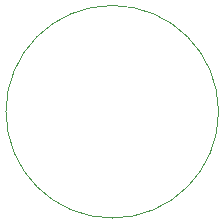
<source format=gm1>
G04 #@! TF.FileFunction,Profile,NP*
%FSLAX46Y46*%
G04 Gerber Fmt 4.6, Leading zero omitted, Abs format (unit mm)*
G04 Created by KiCad (PCBNEW (2016-04-07 BZR 6673, Git 973786d)-product) date Fri 08 Apr 2016 06:49:24 PM CEST*
%MOMM*%
G01*
G04 APERTURE LIST*
%ADD10C,0.150000*%
%ADD11C,0.100000*%
G04 APERTURE END LIST*
D10*
D11*
X84000000Y-62000000D02*
G75*
G03X84000000Y-62000000I-9000000J0D01*
G01*
M02*

</source>
